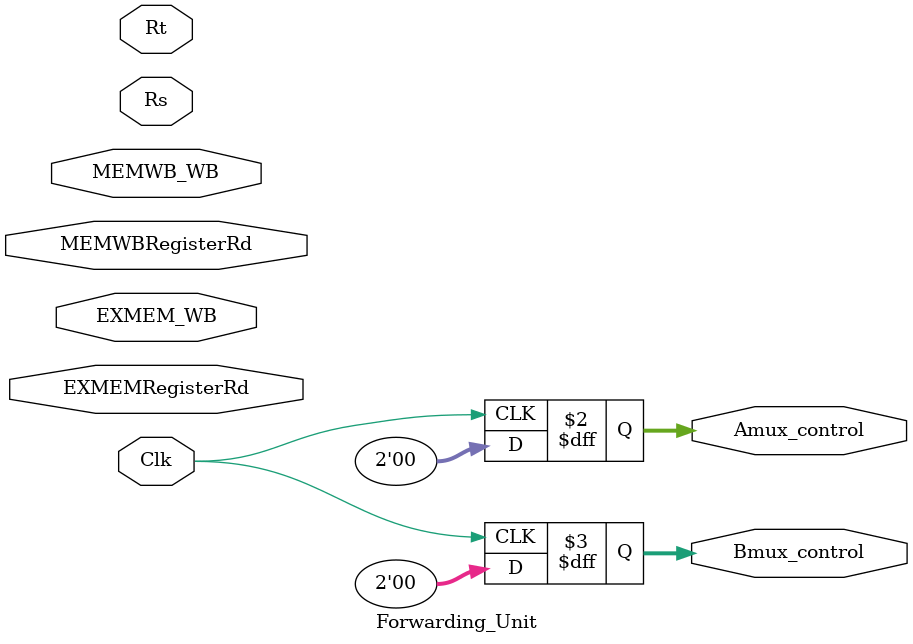
<source format=v>
`timescale 1ns / 1ps


module Forwarding_Unit(
    output reg[1:0] Amux_control,
    output reg[1:0] Bmux_control,
    input [4:0] Rs, 
    input [4:0] Rt, 
    input [4:0] EXMEMRegisterRd, 
    input [4:0] MEMWBRegisterRd,
    input EXMEM_WB, 
    input MEMWB_WB, 
    input Clk
    );

    always @(posedge Clk)begin
    Amux_control = 2'b00;
    Bmux_control = 2'b00;
    //EX Hazard
        //A mux Forwarding
      /*  if((EXMEM_WB != 0)&&(EXMEMRegisterRd != 0))begin
            if(EXMEMRegisterRd == Rs)begin
            Amux_control <= 2'b10;
            end
        end
        // B mux Forwarding
        if((EXMEM_WB != 0)&&(EXMEMRegisterRd != 0))begin
            if(EXMEMRegisterRd == Rt)begin
                    Bmux_control <= 2'b10;
            end
        end
        
   //MEM Hazard
        //A mux 
        if((MEMWBRegisterRd !=0)&&(MEMWB_WB != 0))begin
            if(MEMWBRegisterRd == Rs)begin
            Amux_control <= 2'b01;
            end
        end
        //B mux
        if((MEMWBRegisterRd !=0)&&(MEMWB_WB != 0))begin
            if(MEMWBRegisterRd == Rt)begin
            Bmux_control <= 2'b01;
            end
        end */       
    end


endmodule

</source>
